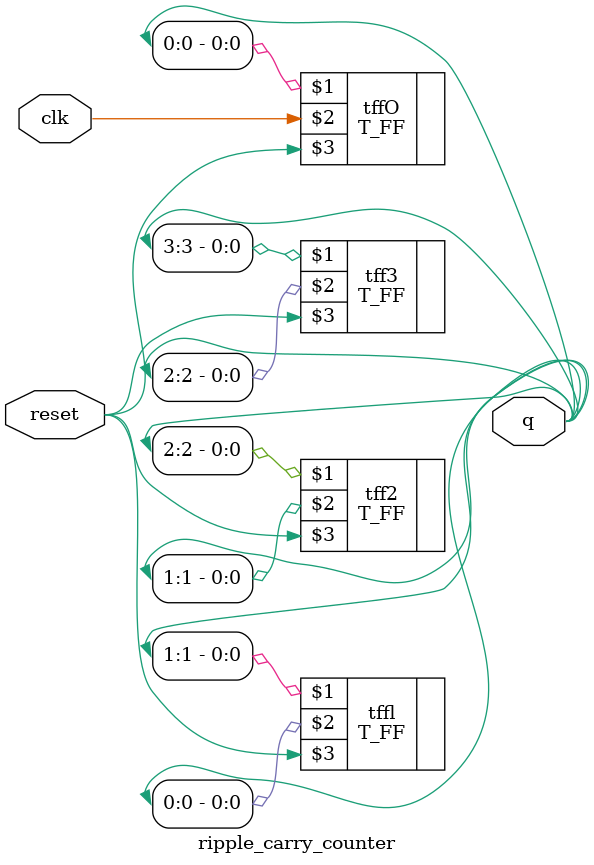
<source format=v>
`timescale 1ns / 1ps
module ripple_carry_counter(q, clk, reset);
output [3:0] q;         //I/0 signals and vector declarations
                        //will be explained later.
input clk, reset;       //I/0 signals will be explained later.
//Four instances of the module T_FF are created. Each has a unique
//name.Each instance is passed a set of signals. Notice, that
//each instance is a copy of the module T_FF.
T_FF tffO(q[0],clk, reset);
T_FF tffl(q[1],q[0],reset);
T_FF tff2(q[2],q[1],reset);
T_FF tff3(q[3],q[2],reset);
endmodule

</source>
